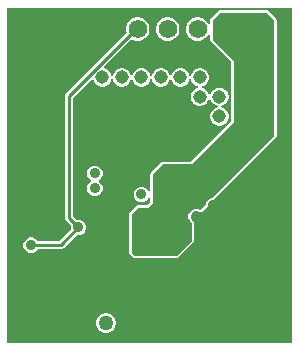
<source format=gbr>
%TF.GenerationSoftware,Altium Limited,Altium Designer,23.11.1 (41)*%
G04 Layer_Physical_Order=2*
G04 Layer_Color=16711680*
%FSLAX45Y45*%
%MOMM*%
%TF.SameCoordinates,5032265D-FFA5-48D7-84AC-9FA15ADA4C2D*%
%TF.FilePolarity,Positive*%
%TF.FileFunction,Copper,L2,Bot,Signal*%
%TF.Part,Single*%
G01*
G75*
%TA.AperFunction,Conductor*%
%ADD24C,0.25400*%
%TA.AperFunction,ComponentPad*%
%ADD26C,1.57000*%
%ADD27R,1.57000X1.57000*%
%TA.AperFunction,ViaPad*%
%ADD28C,0.88900*%
%ADD29C,1.14300*%
%ADD30C,1.27000*%
%ADD31C,1.01600*%
G36*
X1219200Y-1346200D02*
X-1193800D01*
Y1485900D01*
X1219200D01*
Y-1346200D01*
D02*
G37*
%LPC*%
G36*
X1003300Y1468518D02*
X1003299Y1468518D01*
X609600D01*
X601671Y1466941D01*
X594950Y1462450D01*
X594950Y1462449D01*
X531450Y1398950D01*
X526959Y1392229D01*
X525382Y1384300D01*
X525382Y1384299D01*
Y1342330D01*
X512682Y1340658D01*
X511185Y1346243D01*
X498176Y1368777D01*
X479777Y1387176D01*
X457243Y1400185D01*
X432110Y1406920D01*
X406090D01*
X380957Y1400185D01*
X358423Y1387176D01*
X340024Y1368777D01*
X327015Y1346243D01*
X320280Y1321110D01*
Y1295090D01*
X327015Y1269957D01*
X340024Y1247423D01*
X358423Y1229024D01*
X380957Y1216015D01*
X406090Y1209280D01*
X432110D01*
X457243Y1216015D01*
X479777Y1229024D01*
X498176Y1247423D01*
X511185Y1269957D01*
X512682Y1275542D01*
X525382Y1273870D01*
Y1219200D01*
X526959Y1211271D01*
X531450Y1204550D01*
X531451Y1204550D01*
X703182Y1032818D01*
X703182Y529282D01*
X359718Y185818D01*
X127001D01*
X127000Y185818D01*
X119072Y184241D01*
X112350Y179750D01*
X112350Y179749D01*
X23450Y90850D01*
X18959Y84129D01*
X17382Y76200D01*
X17382Y76199D01*
Y-68048D01*
X4682Y-70574D01*
X-1786Y-54960D01*
X-20006Y-36740D01*
X-43811Y-26880D01*
X-69579D01*
X-93384Y-36740D01*
X-111605Y-54960D01*
X-121465Y-78766D01*
Y-104533D01*
X-111605Y-128339D01*
X-93384Y-146559D01*
X-69579Y-156420D01*
X-43811D01*
X-20006Y-146559D01*
X-1786Y-128339D01*
X4682Y-112725D01*
X17382Y-115251D01*
Y-156518D01*
X-8582Y-182482D01*
X-88899D01*
X-88900Y-182482D01*
X-96828Y-184059D01*
X-103550Y-188550D01*
X-103550Y-188551D01*
X-154350Y-239350D01*
X-158841Y-246071D01*
X-160418Y-254000D01*
X-160418Y-254001D01*
Y-584200D01*
X-158841Y-592129D01*
X-154350Y-598850D01*
X-154349Y-598850D01*
X-128950Y-624250D01*
X-122229Y-628741D01*
X-114300Y-630318D01*
X-114299Y-630318D01*
X241299D01*
X241300Y-630318D01*
X249228Y-628741D01*
X255950Y-624250D01*
X255950Y-624249D01*
X382950Y-497250D01*
X387441Y-490529D01*
X389018Y-482600D01*
X389018Y-482599D01*
Y-332899D01*
X387441Y-324970D01*
X382950Y-318249D01*
X382949Y-318248D01*
X369054Y-304353D01*
X362348Y-288163D01*
Y-270637D01*
X369054Y-254447D01*
X381447Y-242054D01*
X397637Y-235348D01*
X415163D01*
X430084Y-241529D01*
X438012Y-243106D01*
X445941Y-241529D01*
X452662Y-237038D01*
X502785Y-186915D01*
X507276Y-180194D01*
X508041Y-176347D01*
X515559Y-158197D01*
X527952Y-145804D01*
X546103Y-138286D01*
X549949Y-137521D01*
X556670Y-133030D01*
X556670Y-133029D01*
X1081450Y391750D01*
X1085941Y398471D01*
X1087518Y406400D01*
X1087518Y406401D01*
Y1384300D01*
X1085941Y1392229D01*
X1081450Y1398950D01*
X1081449Y1398950D01*
X1017950Y1462450D01*
X1011229Y1466941D01*
X1003300Y1468518D01*
D02*
G37*
G36*
X178110Y1406920D02*
X152090D01*
X126957Y1400185D01*
X104423Y1387176D01*
X86024Y1368777D01*
X73015Y1346243D01*
X66280Y1321110D01*
Y1295090D01*
X73015Y1269957D01*
X86024Y1247423D01*
X104423Y1229024D01*
X126957Y1216015D01*
X152090Y1209280D01*
X178110D01*
X203243Y1216015D01*
X225777Y1229024D01*
X244176Y1247423D01*
X257185Y1269957D01*
X263920Y1295090D01*
Y1321110D01*
X257185Y1346243D01*
X244176Y1368777D01*
X225777Y1387176D01*
X203243Y1400185D01*
X178110Y1406920D01*
D02*
G37*
G36*
X-75890D02*
X-101910D01*
X-127043Y1400185D01*
X-149577Y1387176D01*
X-167976Y1368777D01*
X-180985Y1346243D01*
X-187720Y1321110D01*
Y1295090D01*
X-183106Y1277871D01*
X-696906Y764071D01*
X-704204Y753149D01*
X-706767Y740265D01*
Y-288045D01*
X-704204Y-300929D01*
X-696906Y-311851D01*
X-653613Y-355144D01*
X-654865Y-358166D01*
Y-383933D01*
X-653613Y-386956D01*
X-753691Y-487033D01*
X-934439D01*
X-935691Y-484011D01*
X-953911Y-465791D01*
X-977716Y-455930D01*
X-1003484D01*
X-1027289Y-465791D01*
X-1045509Y-484011D01*
X-1055370Y-507816D01*
Y-533584D01*
X-1045509Y-557389D01*
X-1027289Y-575609D01*
X-1003484Y-585470D01*
X-977716D01*
X-953911Y-575609D01*
X-935691Y-557389D01*
X-934439Y-554367D01*
X-739746D01*
X-726862Y-551804D01*
X-715939Y-544506D01*
X-606001Y-434568D01*
X-602979Y-435820D01*
X-577211D01*
X-553406Y-425959D01*
X-535186Y-407739D01*
X-525325Y-383933D01*
Y-358166D01*
X-535186Y-334360D01*
X-553406Y-316140D01*
X-577211Y-306280D01*
X-602979D01*
X-606001Y-307531D01*
X-639433Y-274099D01*
Y726320D01*
X-476078Y889675D01*
X-463240Y884552D01*
X-459086Y869048D01*
X-448887Y851383D01*
X-434463Y836959D01*
X-416797Y826760D01*
X-397094Y821480D01*
X-376696D01*
X-356993Y826760D01*
X-339327Y836959D01*
X-324904Y851383D01*
X-314704Y869048D01*
X-310919Y883176D01*
X-297771D01*
X-293986Y869048D01*
X-283787Y851383D01*
X-269363Y836959D01*
X-251697Y826760D01*
X-231994Y821480D01*
X-211596D01*
X-191893Y826760D01*
X-174227Y836959D01*
X-159804Y851383D01*
X-149604Y869048D01*
X-145819Y883176D01*
X-132671D01*
X-128886Y869048D01*
X-118687Y851383D01*
X-104263Y836959D01*
X-86597Y826760D01*
X-66894Y821480D01*
X-46496D01*
X-26793Y826760D01*
X-9127Y836959D01*
X5296Y851383D01*
X15496Y869048D01*
X19281Y883176D01*
X32429D01*
X36214Y869048D01*
X46413Y851383D01*
X60837Y836959D01*
X78503Y826760D01*
X98206Y821480D01*
X118604D01*
X138307Y826760D01*
X155973Y836959D01*
X170396Y851383D01*
X180596Y869048D01*
X184381Y883176D01*
X197529D01*
X201314Y869048D01*
X211513Y851383D01*
X225937Y836959D01*
X243603Y826760D01*
X263306Y821480D01*
X283704D01*
X303407Y826760D01*
X321073Y836959D01*
X335496Y851383D01*
X345696Y869048D01*
X349481Y883176D01*
X362629D01*
X366414Y869048D01*
X376613Y851383D01*
X391037Y836959D01*
X408703Y826760D01*
X422830Y822974D01*
Y809826D01*
X408703Y806041D01*
X391037Y795842D01*
X376613Y781418D01*
X366414Y763753D01*
X361135Y744050D01*
Y723651D01*
X366414Y703948D01*
X376613Y686283D01*
X391037Y671859D01*
X408703Y661660D01*
X428406Y656380D01*
X448804D01*
X468507Y661660D01*
X486173Y671859D01*
X500596Y686283D01*
X510796Y703948D01*
X514581Y718076D01*
X527729D01*
X531514Y703948D01*
X541713Y686283D01*
X556137Y671859D01*
X573803Y661660D01*
X587930Y657874D01*
Y644726D01*
X573803Y640941D01*
X556137Y630742D01*
X541713Y616318D01*
X531514Y598653D01*
X526235Y578950D01*
Y558551D01*
X531514Y538848D01*
X541713Y521183D01*
X556137Y506759D01*
X573803Y496560D01*
X593506Y491280D01*
X613904D01*
X633607Y496560D01*
X651273Y506759D01*
X665696Y521183D01*
X675896Y538848D01*
X681175Y558551D01*
Y578950D01*
X675896Y598653D01*
X665696Y616318D01*
X651273Y630742D01*
X633607Y640941D01*
X619480Y644726D01*
Y657874D01*
X633607Y661660D01*
X651273Y671859D01*
X665696Y686283D01*
X675896Y703948D01*
X681175Y723651D01*
Y744050D01*
X675896Y763753D01*
X665696Y781418D01*
X651273Y795842D01*
X633607Y806041D01*
X613904Y811320D01*
X593506D01*
X573803Y806041D01*
X556137Y795842D01*
X541713Y781418D01*
X531514Y763753D01*
X527729Y749625D01*
X514581D01*
X510796Y763753D01*
X500596Y781418D01*
X486173Y795842D01*
X468507Y806041D01*
X454380Y809826D01*
Y822974D01*
X468507Y826760D01*
X486173Y836959D01*
X500596Y851383D01*
X510796Y869048D01*
X516075Y888751D01*
Y909150D01*
X510796Y928853D01*
X500596Y946518D01*
X486173Y960942D01*
X468507Y971141D01*
X448804Y976420D01*
X428406D01*
X408703Y971141D01*
X391037Y960942D01*
X376613Y946518D01*
X366414Y928853D01*
X362629Y914725D01*
X349481D01*
X345696Y928853D01*
X335496Y946518D01*
X321073Y960942D01*
X303407Y971141D01*
X283704Y976420D01*
X263306D01*
X243603Y971141D01*
X225937Y960942D01*
X211513Y946518D01*
X201314Y928853D01*
X197529Y914725D01*
X184381D01*
X180596Y928853D01*
X170396Y946518D01*
X155973Y960942D01*
X138307Y971141D01*
X118604Y976420D01*
X98206D01*
X78503Y971141D01*
X60837Y960942D01*
X46413Y946518D01*
X36214Y928853D01*
X32429Y914725D01*
X19281D01*
X15496Y928853D01*
X5296Y946518D01*
X-9127Y960942D01*
X-26793Y971141D01*
X-46496Y976420D01*
X-66894D01*
X-86597Y971141D01*
X-104263Y960942D01*
X-118687Y946518D01*
X-128886Y928853D01*
X-132671Y914725D01*
X-145819D01*
X-149604Y928853D01*
X-159804Y946518D01*
X-174227Y960942D01*
X-191893Y971141D01*
X-211596Y976420D01*
X-231994D01*
X-251697Y971141D01*
X-269363Y960942D01*
X-283787Y946518D01*
X-293986Y928853D01*
X-297771Y914725D01*
X-310919D01*
X-314704Y928853D01*
X-324904Y946518D01*
X-339327Y960942D01*
X-356993Y971141D01*
X-372497Y975295D01*
X-377619Y988133D01*
X-141431Y1224322D01*
X-127043Y1216015D01*
X-101910Y1209280D01*
X-75890D01*
X-50757Y1216015D01*
X-28223Y1229024D01*
X-9824Y1247423D01*
X3185Y1269957D01*
X9920Y1295090D01*
Y1321110D01*
X3185Y1346243D01*
X-9824Y1368777D01*
X-28223Y1387176D01*
X-50757Y1400185D01*
X-75890Y1406920D01*
D02*
G37*
G36*
X-437511Y150920D02*
X-463279D01*
X-487084Y141060D01*
X-505305Y122840D01*
X-515165Y99034D01*
Y73267D01*
X-505305Y49461D01*
X-487084Y31241D01*
X-481675Y29000D01*
Y16300D01*
X-487084Y14060D01*
X-505305Y-4160D01*
X-515165Y-27966D01*
Y-53733D01*
X-505305Y-77539D01*
X-487084Y-95759D01*
X-463279Y-105620D01*
X-437511D01*
X-413706Y-95759D01*
X-395486Y-77539D01*
X-385625Y-53733D01*
Y-27966D01*
X-395486Y-4160D01*
X-413706Y14060D01*
X-419115Y16300D01*
Y29000D01*
X-413706Y31241D01*
X-395486Y49461D01*
X-385625Y73267D01*
Y99034D01*
X-395486Y122840D01*
X-413706Y141060D01*
X-437511Y150920D01*
D02*
G37*
G36*
X-344565Y-1097280D02*
X-366635D01*
X-387953Y-1102992D01*
X-407067Y-1114027D01*
X-422673Y-1129633D01*
X-433708Y-1148747D01*
X-439420Y-1170065D01*
Y-1192135D01*
X-433708Y-1213453D01*
X-422673Y-1232567D01*
X-407067Y-1248173D01*
X-387953Y-1259208D01*
X-366635Y-1264920D01*
X-344565D01*
X-323247Y-1259208D01*
X-304133Y-1248173D01*
X-288527Y-1232567D01*
X-277492Y-1213453D01*
X-271780Y-1192135D01*
Y-1170065D01*
X-277492Y-1148747D01*
X-288527Y-1129633D01*
X-304133Y-1114027D01*
X-323247Y-1102992D01*
X-344565Y-1097280D01*
D02*
G37*
%LPD*%
G36*
X1066800Y1384300D02*
Y406400D01*
X542020Y-118380D01*
X540021D01*
X516216Y-128241D01*
X497995Y-146461D01*
X488135Y-170266D01*
Y-172265D01*
X438012Y-222388D01*
X419284Y-214630D01*
X393516D01*
X369711Y-224491D01*
X351491Y-242711D01*
X341630Y-266516D01*
Y-292284D01*
X351491Y-316089D01*
X368300Y-332899D01*
Y-482600D01*
X241300Y-609600D01*
X-114300D01*
X-139700Y-584200D01*
Y-254000D01*
X-88900Y-203200D01*
X0D01*
X38100Y-165100D01*
Y76200D01*
X127000Y165100D01*
X368300D01*
X723900Y520700D01*
X723900Y1041400D01*
X546100Y1219200D01*
Y1384300D01*
X609600Y1447800D01*
X1003300D01*
X1066800Y1384300D01*
D02*
G37*
D24*
X-739746Y-520700D02*
X-590095Y-371050D01*
X-990600Y-520700D02*
X-739746D01*
X-673100Y-288045D02*
Y740265D01*
Y-288045D02*
X-590095Y-371050D01*
X-105265Y1308100D02*
X-88900D01*
X-673100Y740265D02*
X-105265Y1308100D01*
D26*
X-88900D02*
D03*
X-850900D02*
D03*
X-596900D02*
D03*
X-342900D02*
D03*
X165100D02*
D03*
X419100D02*
D03*
X673100D02*
D03*
D27*
X927100D02*
D03*
D28*
X-990600Y-520700D02*
D03*
X-590095Y-371050D02*
D03*
X-1066800Y-330200D02*
D03*
X-292100Y-622300D02*
D03*
X552905Y-183150D02*
D03*
X-203200Y-1011200D02*
D03*
X406400Y-279400D02*
D03*
X-56695Y-91650D02*
D03*
X-577395Y-78950D02*
D03*
X-450395Y86150D02*
D03*
Y-40850D02*
D03*
D29*
X-221795Y898950D02*
D03*
X-56695D02*
D03*
X108405D02*
D03*
X273505D02*
D03*
X-31295Y-472650D02*
D03*
X298905Y-129750D02*
D03*
X438605Y733850D02*
D03*
X603705D02*
D03*
X438605Y898950D02*
D03*
X-386895D02*
D03*
X-31295Y-307550D02*
D03*
X133805Y-129750D02*
D03*
Y9950D02*
D03*
X298905D02*
D03*
X603705Y568750D02*
D03*
D30*
X-355600Y-1181100D02*
D03*
D31*
X-183695Y22650D02*
D03*
X-323395D02*
D03*
%TF.MD5,e5effe314137cc7af6b88d1d0309fd49*%
M02*

</source>
